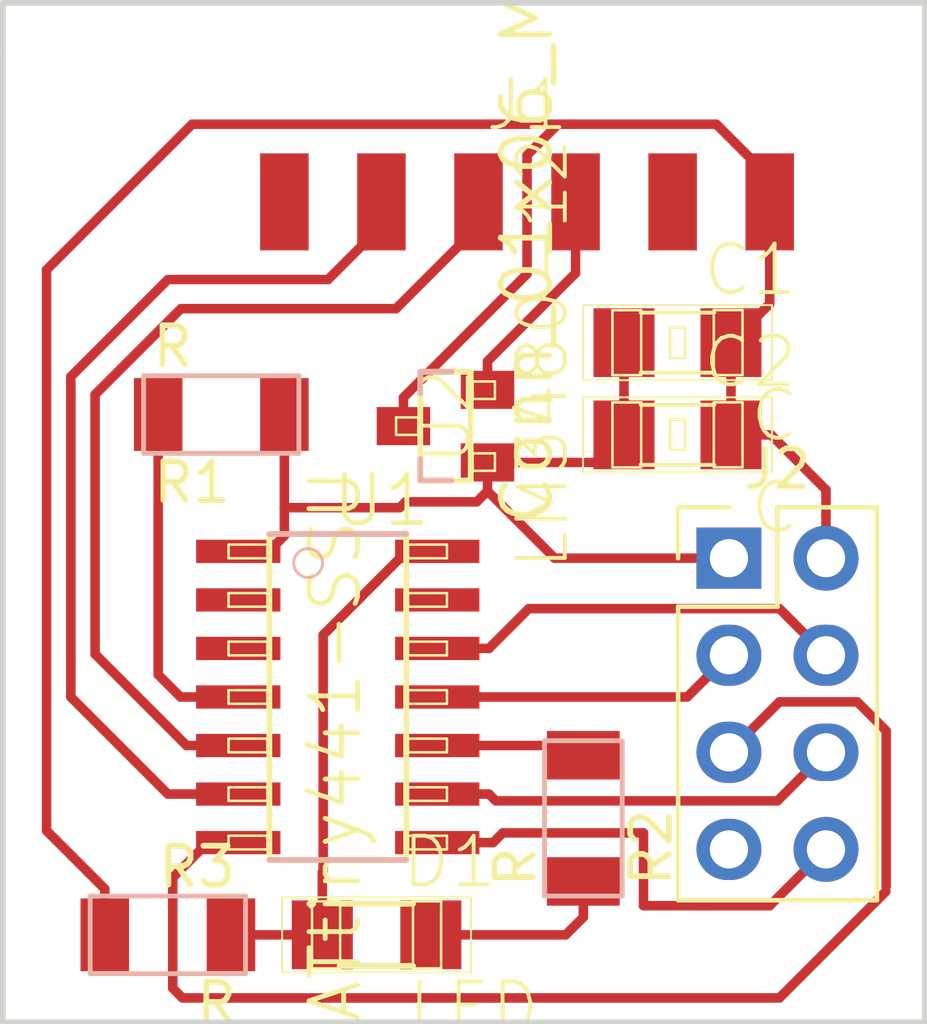
<source format=kicad_pcb>
(kicad_pcb (version 20171130) (host pcbnew "(5.0.0-3-g5ebb6b6)")

  (general
    (thickness 1.6)
    (drawings 5)
    (tracks 99)
    (zones 0)
    (modules 10)
    (nets 20)
  )

  (page A4)
  (layers
    (0 F.Cu signal)
    (31 B.Cu signal hide)
    (32 B.Adhes user hide)
    (33 F.Adhes user hide)
    (34 B.Paste user hide)
    (35 F.Paste user hide)
    (36 B.SilkS user hide)
    (37 F.SilkS user hide)
    (38 B.Mask user hide)
    (39 F.Mask user hide)
    (40 Dwgs.User user hide)
    (41 Cmts.User user hide)
    (42 Eco1.User user hide)
    (43 Eco2.User user hide)
    (44 Edge.Cuts user)
    (45 Margin user hide)
    (46 B.CrtYd user hide)
    (47 F.CrtYd user hide)
    (48 B.Fab user)
    (49 F.Fab user)
  )

  (setup
    (last_trace_width 0.25)
    (trace_clearance 0.2)
    (zone_clearance 0.508)
    (zone_45_only no)
    (trace_min 0.2)
    (segment_width 0.2)
    (edge_width 0.15)
    (via_size 0.8)
    (via_drill 0.4)
    (via_min_size 0.4)
    (via_min_drill 0.3)
    (uvia_size 0.3)
    (uvia_drill 0.1)
    (uvias_allowed no)
    (uvia_min_size 0.2)
    (uvia_min_drill 0.1)
    (pcb_text_width 0.3)
    (pcb_text_size 1.5 1.5)
    (mod_edge_width 0.15)
    (mod_text_size 1 1)
    (mod_text_width 0.15)
    (pad_size 1.524 1.524)
    (pad_drill 0.762)
    (pad_to_mask_clearance 0.051)
    (solder_mask_min_width 0.25)
    (aux_axis_origin 0 0)
    (visible_elements FFFFFF7F)
    (pcbplotparams
      (layerselection 0x010fc_ffffffff)
      (usegerberextensions false)
      (usegerberattributes false)
      (usegerberadvancedattributes false)
      (creategerberjobfile false)
      (excludeedgelayer true)
      (linewidth 0.100000)
      (plotframeref false)
      (viasonmask false)
      (mode 1)
      (useauxorigin false)
      (hpglpennumber 1)
      (hpglpenspeed 20)
      (hpglpendiameter 15.000000)
      (psnegative false)
      (psa4output false)
      (plotreference true)
      (plotvalue true)
      (plotinvisibletext false)
      (padsonsilk false)
      (subtractmaskfromsilk false)
      (outputformat 1)
      (mirror false)
      (drillshape 1)
      (scaleselection 1)
      (outputdirectory "./"))
  )

  (net 0 "")
  (net 1 "Net-(J1-Pad3)")
  (net 2 GND)
  (net 3 XTAL1)
  (net 4 XTAL2)
  (net 5 RST)
  (net 6 RX)
  (net 7 TX)
  (net 8 MOSI)
  (net 9 MISO)
  (net 10 SCK)
  (net 11 LED)
  (net 12 CSN)
  (net 13 CE)
  (net 14 BUTTON)
  (net 15 "Net-(D1-Pad2)")
  (net 16 VCC)
  (net 17 "Net-(J2-Pad7)")
  (net 18 "Net-(J1-Pad2)")
  (net 19 "Net-(J1-Pad6)")

  (net_class Default "This is the default net class."
    (clearance 0.2)
    (trace_width 0.25)
    (via_dia 0.8)
    (via_drill 0.4)
    (uvia_dia 0.3)
    (uvia_drill 0.1)
    (add_net BUTTON)
    (add_net CE)
    (add_net CSN)
    (add_net GND)
    (add_net LED)
    (add_net MISO)
    (add_net MOSI)
    (add_net "Net-(D1-Pad2)")
    (add_net "Net-(J1-Pad2)")
    (add_net "Net-(J1-Pad3)")
    (add_net "Net-(J1-Pad6)")
    (add_net "Net-(J2-Pad7)")
    (add_net RST)
    (add_net RX)
    (add_net SCK)
    (add_net TX)
    (add_net VCC)
    (add_net XTAL1)
    (add_net XTAL2)
  )

  (module fab:PinHeader_2x04_P2.54mm_Vertical_modified (layer F.Cu) (tedit 5C33F403) (tstamp 5C4CBE24)
    (at 142.1892 89.4588)
    (descr "Through hole straight pin header, 2x04, 2.54mm pitch, double rows")
    (tags "Through hole pin header THT 2x04 2.54mm double row")
    (path /5C0EB67C)
    (fp_text reference J2 (at 1.27 -2.33) (layer F.SilkS)
      (effects (font (size 1 1) (thickness 0.15)))
    )
    (fp_text value Conn_02x04_Odd_Even (at 3.8608 -5.6388 90) (layer F.Fab)
      (effects (font (size 1 1) (thickness 0.15)))
    )
    (fp_text user %R (at 1.4224 3.7592 90) (layer F.Fab)
      (effects (font (size 1 1) (thickness 0.15)))
    )
    (fp_line (start 4.35 -1.8) (end -1.8 -1.8) (layer F.CrtYd) (width 0.05))
    (fp_line (start 4.35 9.4) (end 4.35 -1.8) (layer F.CrtYd) (width 0.05))
    (fp_line (start -1.8 9.4) (end 4.35 9.4) (layer F.CrtYd) (width 0.05))
    (fp_line (start -1.8 -1.8) (end -1.8 9.4) (layer F.CrtYd) (width 0.05))
    (fp_line (start -1.33 -1.33) (end 0 -1.33) (layer F.SilkS) (width 0.12))
    (fp_line (start -1.33 0) (end -1.33 -1.33) (layer F.SilkS) (width 0.12))
    (fp_line (start 1.27 -1.33) (end 3.87 -1.33) (layer F.SilkS) (width 0.12))
    (fp_line (start 1.27 1.27) (end 1.27 -1.33) (layer F.SilkS) (width 0.12))
    (fp_line (start -1.33 1.27) (end 1.27 1.27) (layer F.SilkS) (width 0.12))
    (fp_line (start 3.87 -1.33) (end 3.87 8.95) (layer F.SilkS) (width 0.12))
    (fp_line (start -1.33 1.27) (end -1.33 8.95) (layer F.SilkS) (width 0.12))
    (fp_line (start -1.33 8.95) (end 3.87 8.95) (layer F.SilkS) (width 0.12))
    (fp_line (start -1.27 0) (end 0 -1.27) (layer F.Fab) (width 0.1))
    (fp_line (start -1.27 8.89) (end -1.27 0) (layer F.Fab) (width 0.1))
    (fp_line (start 3.81 8.89) (end -1.27 8.89) (layer F.Fab) (width 0.1))
    (fp_line (start 3.81 -1.27) (end 3.81 8.89) (layer F.Fab) (width 0.1))
    (fp_line (start 0 -1.27) (end 3.81 -1.27) (layer F.Fab) (width 0.1))
    (pad 8 thru_hole oval (at 2.54 7.62) (size 1.7 1.7) (drill 1) (layers *.Cu *.Mask)
      (net 9 MISO))
    (pad 7 thru_hole oval (at 0 7.62) (size 1.7 1.6) (drill 1) (layers *.Cu *.Mask)
      (net 17 "Net-(J2-Pad7)"))
    (pad 6 thru_hole oval (at 2.54 5.08) (size 1.7 1.5) (drill 1) (layers *.Cu *.Mask)
      (net 10 SCK))
    (pad 5 thru_hole oval (at 0 5.08) (size 1.7 1.6) (drill 1) (layers *.Cu *.Mask)
      (net 8 MOSI))
    (pad 4 thru_hole oval (at 2.54 2.54) (size 1.7 1.6) (drill 1) (layers *.Cu *.Mask)
      (net 13 CE))
    (pad 3 thru_hole oval (at 0 2.54) (size 1.7 1.6) (drill 1) (layers *.Cu *.Mask)
      (net 12 CSN))
    (pad 2 thru_hole oval (at 2.54 0) (size 1.7 1.7) (drill 1) (layers *.Cu *.Mask)
      (net 2 GND))
    (pad 1 thru_hole rect (at 0 0) (size 1.7 1.6) (drill 1) (layers *.Cu *.Mask)
      (net 16 VCC))
    (model ${KISYS3DMOD}/Connector_PinHeader_2.54mm.3dshapes/PinHeader_2x04_P2.54mm_Vertical.wrl
      (at (xyz 0 0 0))
      (scale (xyz 1 1 1))
      (rotate (xyz 0 0 0))
    )
  )

  (module fab:fab-R1206FAB (layer F.Cu) (tedit 200000) (tstamp 5C27243A)
    (at 127.508 99.314)
    (path /5C1A902D)
    (attr smd)
    (fp_text reference R3 (at 0.762 -1.778) (layer F.SilkS)
      (effects (font (size 1.016 1.016) (thickness 0.1524)))
    )
    (fp_text value R (at 1.27 1.778) (layer F.SilkS)
      (effects (font (size 1.016 1.016) (thickness 0.1524)))
    )
    (fp_line (start -2.032 -1.016) (end 2.032 -1.016) (layer B.SilkS) (width 0.127))
    (fp_line (start 2.032 -1.016) (end 2.032 1.016) (layer B.SilkS) (width 0.127))
    (fp_line (start 2.032 1.016) (end -2.032 1.016) (layer B.SilkS) (width 0.127))
    (fp_line (start -2.032 1.016) (end -2.032 -1.016) (layer B.SilkS) (width 0.127))
    (pad 1 smd rect (at -1.651 0) (size 1.27 1.905) (layers F.Cu F.Paste F.Mask)
      (net 2 GND))
    (pad 2 smd rect (at 1.651 0) (size 1.27 1.905) (layers F.Cu F.Paste F.Mask)
      (net 2 GND))
  )

  (module fab:fab-LED1206 (layer F.Cu) (tedit 200000) (tstamp 5C26E342)
    (at 132.969 99.314)
    (descr "LED 1206 PADS (STANDARD PATTERN)")
    (tags "LED 1206 PADS (STANDARD PATTERN)")
    (path /5C1A51F1)
    (attr smd)
    (fp_text reference D1 (at 1.905 -1.905) (layer F.SilkS)
      (effects (font (size 1.27 1.27) (thickness 0.1016)))
    )
    (fp_text value LED (at 2.54 1.905) (layer F.SilkS)
      (effects (font (size 1.27 1.27) (thickness 0.1016)))
    )
    (fp_line (start -1.6891 0.8763) (end -0.9525 0.8763) (layer F.SilkS) (width 0.06604))
    (fp_line (start -0.9525 0.8763) (end -0.9525 -0.8763) (layer F.SilkS) (width 0.06604))
    (fp_line (start -1.6891 -0.8763) (end -0.9525 -0.8763) (layer F.SilkS) (width 0.06604))
    (fp_line (start -1.6891 0.8763) (end -1.6891 -0.8763) (layer F.SilkS) (width 0.06604))
    (fp_line (start 0.9525 0.8763) (end 1.6891 0.8763) (layer F.SilkS) (width 0.06604))
    (fp_line (start 1.6891 0.8763) (end 1.6891 -0.8763) (layer F.SilkS) (width 0.06604))
    (fp_line (start 0.9525 -0.8763) (end 1.6891 -0.8763) (layer F.SilkS) (width 0.06604))
    (fp_line (start 0.9525 0.8763) (end 0.9525 -0.8763) (layer F.SilkS) (width 0.06604))
    (fp_line (start 0.9525 0.8128) (end -0.9652 0.8128) (layer F.SilkS) (width 0.1524))
    (fp_line (start 0.9525 -0.8128) (end -0.9652 -0.8128) (layer F.SilkS) (width 0.1524))
    (fp_line (start -2.47142 -0.98298) (end 2.47142 -0.98298) (layer F.SilkS) (width 0.0508))
    (fp_line (start 2.47142 -0.98298) (end 2.47142 0.98298) (layer F.SilkS) (width 0.0508))
    (fp_line (start 2.47142 0.98298) (end -2.47142 0.98298) (layer F.SilkS) (width 0.0508))
    (fp_line (start -2.47142 0.98298) (end -2.47142 -0.98298) (layer F.SilkS) (width 0.0508))
    (pad 1 smd rect (at -1.41986 0) (size 1.59766 1.80086) (layers F.Cu F.Paste F.Mask)
      (net 2 GND))
    (pad 2 smd rect (at 1.41986 0) (size 1.59766 1.80086) (layers F.Cu F.Paste F.Mask)
      (net 15 "Net-(D1-Pad2)"))
  )

  (module fab:fab-R1206FAB (layer F.Cu) (tedit 200000) (tstamp 5C2700EE)
    (at 138.3792 96.266 270)
    (path /5C1A5055)
    (attr smd)
    (fp_text reference R2 (at 0.762 -1.778 270) (layer F.SilkS)
      (effects (font (size 1.016 1.016) (thickness 0.1524)))
    )
    (fp_text value R (at 1.27 1.778 270) (layer F.SilkS)
      (effects (font (size 1.016 1.016) (thickness 0.1524)))
    )
    (fp_line (start -2.032 1.016) (end -2.032 -1.016) (layer B.SilkS) (width 0.127))
    (fp_line (start 2.032 1.016) (end -2.032 1.016) (layer B.SilkS) (width 0.127))
    (fp_line (start 2.032 -1.016) (end 2.032 1.016) (layer B.SilkS) (width 0.127))
    (fp_line (start -2.032 -1.016) (end 2.032 -1.016) (layer B.SilkS) (width 0.127))
    (pad 2 smd rect (at 1.651 0 270) (size 1.27 1.905) (layers F.Cu F.Paste F.Mask)
      (net 15 "Net-(D1-Pad2)"))
    (pad 1 smd rect (at -1.651 0 270) (size 1.27 1.905) (layers F.Cu F.Paste F.Mask)
      (net 11 LED))
  )

  (module fab:fab-R1206FAB (layer F.Cu) (tedit 200000) (tstamp 5C2700E5)
    (at 128.905 85.6996 180)
    (path /5C0EBADB)
    (attr smd)
    (fp_text reference R1 (at 0.762 -1.778 180) (layer F.SilkS)
      (effects (font (size 1.016 1.016) (thickness 0.1524)))
    )
    (fp_text value R (at 1.27 1.778 180) (layer F.SilkS)
      (effects (font (size 1.016 1.016) (thickness 0.1524)))
    )
    (fp_line (start -2.032 -1.016) (end 2.032 -1.016) (layer B.SilkS) (width 0.127))
    (fp_line (start 2.032 -1.016) (end 2.032 1.016) (layer B.SilkS) (width 0.127))
    (fp_line (start 2.032 1.016) (end -2.032 1.016) (layer B.SilkS) (width 0.127))
    (fp_line (start -2.032 1.016) (end -2.032 -1.016) (layer B.SilkS) (width 0.127))
    (pad 1 smd rect (at -1.651 0 180) (size 1.27 1.905) (layers F.Cu F.Paste F.Mask)
      (net 16 VCC))
    (pad 2 smd rect (at 1.651 0 180) (size 1.27 1.905) (layers F.Cu F.Paste F.Mask)
      (net 5 RST))
  )

  (module fab:fab-1X06SMD (layer F.Cu) (tedit 200000) (tstamp 5C26E40B)
    (at 136.906 80.137 270)
    (path /5C0EBA27)
    (attr smd)
    (fp_text reference J1 (at -2.54 0) (layer F.SilkS)
      (effects (font (size 1.27 1.27) (thickness 0.1016)))
    )
    (fp_text value Conn_01x06_Male (at 0 0 270) (layer F.SilkS)
      (effects (font (size 1.27 1.27) (thickness 0.15)))
    )
    (pad 1 smd rect (at 0 -6.35 270) (size 2.54 1.27) (layers F.Cu F.Paste F.Mask)
      (net 2 GND))
    (pad 2 smd rect (at 0 -3.81 270) (size 2.54 1.27) (layers F.Cu F.Paste F.Mask)
      (net 18 "Net-(J1-Pad2)"))
    (pad 3 smd rect (at 0 -1.27 270) (size 2.54 1.27) (layers F.Cu F.Paste F.Mask)
      (net 1 "Net-(J1-Pad3)"))
    (pad 4 smd rect (at 0 1.27 270) (size 2.54 1.27) (layers F.Cu F.Paste F.Mask)
      (net 6 RX))
    (pad 5 smd rect (at 0 3.81 270) (size 2.54 1.27) (layers F.Cu F.Paste F.Mask)
      (net 7 TX))
    (pad 6 smd rect (at 0 6.35 270) (size 2.54 1.27) (layers F.Cu F.Paste F.Mask)
      (net 19 "Net-(J1-Pad6)"))
  )

  (module fab:fab-C1206 (layer F.Cu) (tedit 200000) (tstamp 5C26E379)
    (at 140.843 86.233)
    (descr CAPACITOR)
    (tags CAPACITOR)
    (path /5C1A5D4E)
    (attr smd)
    (fp_text reference C2 (at 1.905 -1.905) (layer F.SilkS)
      (effects (font (size 1.27 1.27) (thickness 0.1016)))
    )
    (fp_text value C (at 2.54 1.905) (layer F.SilkS)
      (effects (font (size 1.27 1.27) (thickness 0.1016)))
    )
    (fp_line (start -0.96266 0.78486) (end 0.96266 0.78486) (layer F.SilkS) (width 0.1016))
    (fp_line (start -0.96266 -0.78486) (end 0.96266 -0.78486) (layer F.SilkS) (width 0.1016))
    (fp_line (start 2.47142 -0.98298) (end 2.47142 0.98298) (layer F.SilkS) (width 0.0508))
    (fp_line (start -2.47142 0.98298) (end -2.47142 -0.98298) (layer F.SilkS) (width 0.0508))
    (fp_line (start 2.47142 0.98298) (end -2.47142 0.98298) (layer F.SilkS) (width 0.0508))
    (fp_line (start -2.47142 -0.98298) (end 2.47142 -0.98298) (layer F.SilkS) (width 0.0508))
    (fp_line (start -0.19812 0.39878) (end -0.19812 -0.39878) (layer F.SilkS) (width 0.06604))
    (fp_line (start -0.19812 -0.39878) (end 0.19812 -0.39878) (layer F.SilkS) (width 0.06604))
    (fp_line (start 0.19812 0.39878) (end 0.19812 -0.39878) (layer F.SilkS) (width 0.06604))
    (fp_line (start -0.19812 0.39878) (end 0.19812 0.39878) (layer F.SilkS) (width 0.06604))
    (fp_line (start 0.94996 0.84836) (end 0.94996 -0.8509) (layer F.SilkS) (width 0.06604))
    (fp_line (start 0.94996 -0.8509) (end 1.7018 -0.8509) (layer F.SilkS) (width 0.06604))
    (fp_line (start 1.7018 0.84836) (end 1.7018 -0.8509) (layer F.SilkS) (width 0.06604))
    (fp_line (start 0.94996 0.84836) (end 1.7018 0.84836) (layer F.SilkS) (width 0.06604))
    (fp_line (start -1.7018 0.8509) (end -1.7018 -0.84836) (layer F.SilkS) (width 0.06604))
    (fp_line (start -1.7018 -0.84836) (end -0.94996 -0.84836) (layer F.SilkS) (width 0.06604))
    (fp_line (start -0.94996 0.8509) (end -0.94996 -0.84836) (layer F.SilkS) (width 0.06604))
    (fp_line (start -1.7018 0.8509) (end -0.94996 0.8509) (layer F.SilkS) (width 0.06604))
    (pad 2 smd rect (at 1.39954 0) (size 1.59766 1.79832) (layers F.Cu F.Paste F.Mask)
      (net 2 GND))
    (pad 1 smd rect (at -1.39954 0) (size 1.59766 1.79832) (layers F.Cu F.Paste F.Mask)
      (net 16 VCC))
  )

  (module fab:fab-C1206 (layer F.Cu) (tedit 200000) (tstamp 5C26E361)
    (at 140.843 83.82)
    (descr CAPACITOR)
    (tags CAPACITOR)
    (path /5C0EBCA1)
    (attr smd)
    (fp_text reference C1 (at 1.905 -1.905) (layer F.SilkS)
      (effects (font (size 1.27 1.27) (thickness 0.1016)))
    )
    (fp_text value C (at 2.54 1.905) (layer F.SilkS)
      (effects (font (size 1.27 1.27) (thickness 0.1016)))
    )
    (fp_line (start -1.7018 0.8509) (end -0.94996 0.8509) (layer F.SilkS) (width 0.06604))
    (fp_line (start -0.94996 0.8509) (end -0.94996 -0.84836) (layer F.SilkS) (width 0.06604))
    (fp_line (start -1.7018 -0.84836) (end -0.94996 -0.84836) (layer F.SilkS) (width 0.06604))
    (fp_line (start -1.7018 0.8509) (end -1.7018 -0.84836) (layer F.SilkS) (width 0.06604))
    (fp_line (start 0.94996 0.84836) (end 1.7018 0.84836) (layer F.SilkS) (width 0.06604))
    (fp_line (start 1.7018 0.84836) (end 1.7018 -0.8509) (layer F.SilkS) (width 0.06604))
    (fp_line (start 0.94996 -0.8509) (end 1.7018 -0.8509) (layer F.SilkS) (width 0.06604))
    (fp_line (start 0.94996 0.84836) (end 0.94996 -0.8509) (layer F.SilkS) (width 0.06604))
    (fp_line (start -0.19812 0.39878) (end 0.19812 0.39878) (layer F.SilkS) (width 0.06604))
    (fp_line (start 0.19812 0.39878) (end 0.19812 -0.39878) (layer F.SilkS) (width 0.06604))
    (fp_line (start -0.19812 -0.39878) (end 0.19812 -0.39878) (layer F.SilkS) (width 0.06604))
    (fp_line (start -0.19812 0.39878) (end -0.19812 -0.39878) (layer F.SilkS) (width 0.06604))
    (fp_line (start -2.47142 -0.98298) (end 2.47142 -0.98298) (layer F.SilkS) (width 0.0508))
    (fp_line (start 2.47142 0.98298) (end -2.47142 0.98298) (layer F.SilkS) (width 0.0508))
    (fp_line (start -2.47142 0.98298) (end -2.47142 -0.98298) (layer F.SilkS) (width 0.0508))
    (fp_line (start 2.47142 -0.98298) (end 2.47142 0.98298) (layer F.SilkS) (width 0.0508))
    (fp_line (start -0.96266 -0.78486) (end 0.96266 -0.78486) (layer F.SilkS) (width 0.1016))
    (fp_line (start -0.96266 0.78486) (end 0.96266 0.78486) (layer F.SilkS) (width 0.1016))
    (pad 1 smd rect (at -1.39954 0) (size 1.59766 1.79832) (layers F.Cu F.Paste F.Mask)
      (net 16 VCC))
    (pad 2 smd rect (at 1.39954 0) (size 1.59766 1.79832) (layers F.Cu F.Paste F.Mask)
      (net 2 GND))
  )

  (module fab:fab-SOIC14 (layer F.Cu) (tedit 200000) (tstamp 5C26E2FE)
    (at 131.953 93.091 270)
    (descr "SMALL OUTLINE PACKAGE")
    (tags "SMALL OUTLINE PACKAGE")
    (path /5C0EB492)
    (attr smd)
    (fp_text reference U1 (at -5.1435 -1.143) (layer F.SilkS)
      (effects (font (size 1.27 1.27) (thickness 0.127)))
    )
    (fp_text value ATtiny441-SSU (at 1.27 0.0635 270) (layer F.SilkS)
      (effects (font (size 1.27 1.27) (thickness 0.127)))
    )
    (fp_line (start -3.9878 -1.8415) (end -3.62966 -1.8415) (layer F.SilkS) (width 0.06604))
    (fp_line (start -3.62966 -1.8415) (end -3.62966 -2.8575) (layer F.SilkS) (width 0.06604))
    (fp_line (start -3.9878 -2.8575) (end -3.62966 -2.8575) (layer F.SilkS) (width 0.06604))
    (fp_line (start -3.9878 -1.8415) (end -3.9878 -2.8575) (layer F.SilkS) (width 0.06604))
    (fp_line (start -2.7178 -1.8415) (end -2.3622 -1.8415) (layer F.SilkS) (width 0.06604))
    (fp_line (start -2.3622 -1.8415) (end -2.3622 -2.8575) (layer F.SilkS) (width 0.06604))
    (fp_line (start -2.7178 -2.8575) (end -2.3622 -2.8575) (layer F.SilkS) (width 0.06604))
    (fp_line (start -2.7178 -1.8415) (end -2.7178 -2.8575) (layer F.SilkS) (width 0.06604))
    (fp_line (start -1.4478 -1.8415) (end -1.08966 -1.8415) (layer F.SilkS) (width 0.06604))
    (fp_line (start -1.08966 -1.8415) (end -1.08966 -2.8575) (layer F.SilkS) (width 0.06604))
    (fp_line (start -1.4478 -2.8575) (end -1.08966 -2.8575) (layer F.SilkS) (width 0.06604))
    (fp_line (start -1.4478 -1.8415) (end -1.4478 -2.8575) (layer F.SilkS) (width 0.06604))
    (fp_line (start -0.1778 -1.8415) (end 0.1778 -1.8415) (layer F.SilkS) (width 0.06604))
    (fp_line (start 0.1778 -1.8415) (end 0.1778 -2.8575) (layer F.SilkS) (width 0.06604))
    (fp_line (start -0.1778 -2.8575) (end 0.1778 -2.8575) (layer F.SilkS) (width 0.06604))
    (fp_line (start -0.1778 -1.8415) (end -0.1778 -2.8575) (layer F.SilkS) (width 0.06604))
    (fp_line (start 1.08966 -1.8415) (end 1.4478 -1.8415) (layer F.SilkS) (width 0.06604))
    (fp_line (start 1.4478 -1.8415) (end 1.4478 -2.8575) (layer F.SilkS) (width 0.06604))
    (fp_line (start 1.08966 -2.8575) (end 1.4478 -2.8575) (layer F.SilkS) (width 0.06604))
    (fp_line (start 1.08966 -1.8415) (end 1.08966 -2.8575) (layer F.SilkS) (width 0.06604))
    (fp_line (start 2.3622 -1.8415) (end 2.7178 -1.8415) (layer F.SilkS) (width 0.06604))
    (fp_line (start 2.7178 -1.8415) (end 2.7178 -2.8575) (layer F.SilkS) (width 0.06604))
    (fp_line (start 2.3622 -2.8575) (end 2.7178 -2.8575) (layer F.SilkS) (width 0.06604))
    (fp_line (start 2.3622 -1.8415) (end 2.3622 -2.8575) (layer F.SilkS) (width 0.06604))
    (fp_line (start 3.62966 -1.8415) (end 3.9878 -1.8415) (layer F.SilkS) (width 0.06604))
    (fp_line (start 3.9878 -1.8415) (end 3.9878 -2.8575) (layer F.SilkS) (width 0.06604))
    (fp_line (start 3.62966 -2.8575) (end 3.9878 -2.8575) (layer F.SilkS) (width 0.06604))
    (fp_line (start 3.62966 -1.8415) (end 3.62966 -2.8575) (layer F.SilkS) (width 0.06604))
    (fp_line (start 3.62966 2.8575) (end 3.9878 2.8575) (layer F.SilkS) (width 0.06604))
    (fp_line (start 3.9878 2.8575) (end 3.9878 1.8415) (layer F.SilkS) (width 0.06604))
    (fp_line (start 3.62966 1.8415) (end 3.9878 1.8415) (layer F.SilkS) (width 0.06604))
    (fp_line (start 3.62966 2.8575) (end 3.62966 1.8415) (layer F.SilkS) (width 0.06604))
    (fp_line (start 2.3622 2.8575) (end 2.7178 2.8575) (layer F.SilkS) (width 0.06604))
    (fp_line (start 2.7178 2.8575) (end 2.7178 1.8415) (layer F.SilkS) (width 0.06604))
    (fp_line (start 2.3622 1.8415) (end 2.7178 1.8415) (layer F.SilkS) (width 0.06604))
    (fp_line (start 2.3622 2.8575) (end 2.3622 1.8415) (layer F.SilkS) (width 0.06604))
    (fp_line (start 1.08966 2.8575) (end 1.4478 2.8575) (layer F.SilkS) (width 0.06604))
    (fp_line (start 1.4478 2.8575) (end 1.4478 1.8415) (layer F.SilkS) (width 0.06604))
    (fp_line (start 1.08966 1.8415) (end 1.4478 1.8415) (layer F.SilkS) (width 0.06604))
    (fp_line (start 1.08966 2.8575) (end 1.08966 1.8415) (layer F.SilkS) (width 0.06604))
    (fp_line (start -0.1778 2.8575) (end 0.1778 2.8575) (layer F.SilkS) (width 0.06604))
    (fp_line (start 0.1778 2.8575) (end 0.1778 1.8415) (layer F.SilkS) (width 0.06604))
    (fp_line (start -0.1778 1.8415) (end 0.1778 1.8415) (layer F.SilkS) (width 0.06604))
    (fp_line (start -0.1778 2.8575) (end -0.1778 1.8415) (layer F.SilkS) (width 0.06604))
    (fp_line (start -1.4478 2.8575) (end -1.08966 2.8575) (layer F.SilkS) (width 0.06604))
    (fp_line (start -1.08966 2.8575) (end -1.08966 1.8415) (layer F.SilkS) (width 0.06604))
    (fp_line (start -1.4478 1.8415) (end -1.08966 1.8415) (layer F.SilkS) (width 0.06604))
    (fp_line (start -1.4478 2.8575) (end -1.4478 1.8415) (layer F.SilkS) (width 0.06604))
    (fp_line (start -2.7178 2.8575) (end -2.3622 2.8575) (layer F.SilkS) (width 0.06604))
    (fp_line (start -2.3622 2.8575) (end -2.3622 1.8415) (layer F.SilkS) (width 0.06604))
    (fp_line (start -2.7178 1.8415) (end -2.3622 1.8415) (layer F.SilkS) (width 0.06604))
    (fp_line (start -2.7178 2.8575) (end -2.7178 1.8415) (layer F.SilkS) (width 0.06604))
    (fp_line (start -3.9878 2.8575) (end -3.62966 2.8575) (layer F.SilkS) (width 0.06604))
    (fp_line (start -3.62966 2.8575) (end -3.62966 1.8415) (layer F.SilkS) (width 0.06604))
    (fp_line (start -3.9878 1.8415) (end -3.62966 1.8415) (layer F.SilkS) (width 0.06604))
    (fp_line (start -3.9878 2.8575) (end -3.9878 1.8415) (layer F.SilkS) (width 0.06604))
    (fp_line (start -4.26466 1.7907) (end 4.26466 1.7907) (layer F.SilkS) (width 0.1524))
    (fp_line (start 4.26466 1.7907) (end 4.26466 -1.7907) (layer B.SilkS) (width 0.1524))
    (fp_line (start 4.26466 -1.7907) (end -4.26466 -1.7907) (layer F.SilkS) (width 0.1524))
    (fp_line (start -4.26466 -1.7907) (end -4.26466 1.7907) (layer B.SilkS) (width 0.1524))
    (fp_circle (center -3.5052 0.7747) (end -3.7719 1.0414) (layer B.SilkS) (width 0.0762))
    (pad 1 smd rect (at -3.81 2.6035 270) (size 0.6096 2.20726) (layers F.Cu F.Paste F.Mask)
      (net 16 VCC))
    (pad 2 smd rect (at -2.54 2.6035 270) (size 0.6096 2.20726) (layers F.Cu F.Paste F.Mask)
      (net 3 XTAL1))
    (pad 3 smd rect (at -1.27 2.6035 270) (size 0.6096 2.20726) (layers F.Cu F.Paste F.Mask)
      (net 4 XTAL2))
    (pad 4 smd rect (at 0 2.6035 270) (size 0.6096 2.20726) (layers F.Cu F.Paste F.Mask)
      (net 5 RST))
    (pad 5 smd rect (at 1.27 2.6035 270) (size 0.6096 2.20726) (layers F.Cu F.Paste F.Mask)
      (net 6 RX))
    (pad 6 smd rect (at 2.54 2.6035 270) (size 0.6096 2.20726) (layers F.Cu F.Paste F.Mask)
      (net 7 TX))
    (pad 7 smd rect (at 3.81 2.6035 270) (size 0.6096 2.20726) (layers F.Cu F.Paste F.Mask)
      (net 8 MOSI))
    (pad 8 smd rect (at 3.81 -2.6035 270) (size 0.6096 2.20726) (layers F.Cu F.Paste F.Mask)
      (net 9 MISO))
    (pad 9 smd rect (at 2.54 -2.6035 270) (size 0.6096 2.20726) (layers F.Cu F.Paste F.Mask)
      (net 10 SCK))
    (pad 10 smd rect (at 1.27 -2.6035 270) (size 0.6096 2.20726) (layers F.Cu F.Paste F.Mask)
      (net 11 LED))
    (pad 11 smd rect (at 0 -2.6035 270) (size 0.6096 2.20726) (layers F.Cu F.Paste F.Mask)
      (net 12 CSN))
    (pad 12 smd rect (at -1.27 -2.6035 270) (size 0.6096 2.20726) (layers F.Cu F.Paste F.Mask)
      (net 13 CE))
    (pad 13 smd rect (at -2.54 -2.6035 270) (size 0.6096 2.20726) (layers F.Cu F.Paste F.Mask)
      (net 14 BUTTON))
    (pad 14 smd rect (at -3.81 -2.6035 270) (size 0.6096 2.20726) (layers F.Cu F.Paste F.Mask)
      (net 2 GND))
  )

  (module fab:fab-SOT23 (layer F.Cu) (tedit 200000) (tstamp 5C26E2AF)
    (at 134.7724 86.0044 90)
    (descr "SOT 23")
    (tags "SOT 23")
    (path /5C0EC969)
    (attr smd)
    (fp_text reference U2 (at 0.254 0 90) (layer F.SilkS)
      (effects (font (size 1.27 1.27) (thickness 0.1016)))
    )
    (fp_text value LM3480-12 (at 1.905 2.54 90) (layer F.SilkS)
      (effects (font (size 1.27 1.27) (thickness 0.1016)))
    )
    (fp_line (start -0.2286 -0.7112) (end 0.2286 -0.7112) (layer F.SilkS) (width 0.06604))
    (fp_line (start 0.2286 -0.7112) (end 0.2286 -1.29286) (layer F.SilkS) (width 0.06604))
    (fp_line (start -0.2286 -1.29286) (end 0.2286 -1.29286) (layer F.SilkS) (width 0.06604))
    (fp_line (start -0.2286 -0.7112) (end -0.2286 -1.29286) (layer F.SilkS) (width 0.06604))
    (fp_line (start 0.7112 1.29286) (end 1.1684 1.29286) (layer F.SilkS) (width 0.06604))
    (fp_line (start 1.1684 1.29286) (end 1.1684 0.7112) (layer F.SilkS) (width 0.06604))
    (fp_line (start 0.7112 0.7112) (end 1.1684 0.7112) (layer F.SilkS) (width 0.06604))
    (fp_line (start 0.7112 1.29286) (end 0.7112 0.7112) (layer F.SilkS) (width 0.06604))
    (fp_line (start -1.1684 1.29286) (end -0.7112 1.29286) (layer F.SilkS) (width 0.06604))
    (fp_line (start -0.7112 1.29286) (end -0.7112 0.7112) (layer F.SilkS) (width 0.06604))
    (fp_line (start -1.1684 0.7112) (end -0.7112 0.7112) (layer F.SilkS) (width 0.06604))
    (fp_line (start -1.1684 1.29286) (end -1.1684 0.7112) (layer F.SilkS) (width 0.06604))
    (fp_line (start 1.4224 -0.6604) (end 1.4224 0.6604) (layer F.SilkS) (width 0.1524))
    (fp_line (start 1.4224 0.6604) (end -1.4224 0.6604) (layer F.SilkS) (width 0.1524))
    (fp_line (start -1.4224 0.6604) (end -1.4224 -0.6604) (layer F.SilkS) (width 0.1524))
    (fp_line (start -1.4224 -0.6604) (end 1.4224 -0.6604) (layer F.SilkS) (width 0.1524))
    (fp_line (start -1.4224 0.1524) (end -1.4224 -0.6604) (layer B.SilkS) (width 0.1524))
    (fp_line (start -1.4224 -0.6604) (end -0.8636 -0.6604) (layer B.SilkS) (width 0.1524))
    (fp_line (start 1.4224 -0.6604) (end 1.4224 0.1524) (layer B.SilkS) (width 0.1524))
    (fp_line (start 0.8636 -0.6604) (end 1.4224 -0.6604) (layer B.SilkS) (width 0.1524))
    (pad 1 smd rect (at -0.94996 1.09982 90) (size 0.99822 1.39954) (layers F.Cu F.Paste F.Mask)
      (net 16 VCC))
    (pad 2 smd rect (at 0.94996 1.09982 90) (size 0.99822 1.39954) (layers F.Cu F.Paste F.Mask)
      (net 1 "Net-(J1-Pad3)"))
    (pad 3 smd rect (at 0 -1.09982 90) (size 0.99822 1.39954) (layers F.Cu F.Paste F.Mask)
      (net 2 GND))
  )

  (gr_line (start 123.19 74.93) (end 123.19 76.2) (layer Edge.Cuts) (width 0.15))
  (gr_line (start 147.32 74.93) (end 123.19 74.93) (layer Edge.Cuts) (width 0.15))
  (gr_line (start 147.32 101.6) (end 147.32 74.93) (layer Edge.Cuts) (width 0.15))
  (gr_line (start 123.19 101.6) (end 147.32 101.6) (layer Edge.Cuts) (width 0.15))
  (gr_line (start 123.19 76.2) (end 123.19 101.6) (layer Edge.Cuts) (width 0.15))

  (segment (start 138.176 82.00155) (end 138.176 80.137) (width 0.25) (layer F.Cu) (net 1))
  (segment (start 135.87222 84.30533) (end 138.176 82.00155) (width 0.25) (layer F.Cu) (net 1))
  (segment (start 135.87222 85.05444) (end 135.87222 84.30533) (width 0.25) (layer F.Cu) (net 1))
  (segment (start 134.5565 89.281) (end 133.75767 89.281) (width 0.25) (layer F.Cu) (net 2))
  (segment (start 132.56387 90.4748) (end 132.4356 90.60307) (width 0.25) (layer F.Cu) (net 2))
  (segment (start 133.75767 89.281) (end 132.56387 90.4748) (width 0.25) (layer F.Cu) (net 2))
  (segment (start 133.67258 85.25529) (end 136.906 82.02187) (width 0.25) (layer F.Cu) (net 2))
  (segment (start 133.67258 86.0044) (end 133.67258 85.25529) (width 0.25) (layer F.Cu) (net 2))
  (segment (start 136.906 78.916998) (end 137.717998 78.105) (width 0.25) (layer F.Cu) (net 2))
  (segment (start 136.906 82.02187) (end 136.906 78.916998) (width 0.25) (layer F.Cu) (net 2))
  (segment (start 143.256 79.502) (end 143.256 80.137) (width 0.25) (layer F.Cu) (net 2))
  (segment (start 141.859 78.105) (end 143.256 79.502) (width 0.25) (layer F.Cu) (net 2))
  (segment (start 131.572 91.46667) (end 132.56387 90.4748) (width 0.25) (layer F.Cu) (net 2))
  (segment (start 131.572 97.65303) (end 131.572 91.46667) (width 0.25) (layer F.Cu) (net 2))
  (segment (start 129.159 99.314) (end 131.54914 99.314) (width 0.25) (layer F.Cu) (net 2))
  (segment (start 131.54914 97.67589) (end 131.572 97.65303) (width 0.25) (layer F.Cu) (net 2))
  (segment (start 131.54914 99.314) (end 131.54914 97.67589) (width 0.25) (layer F.Cu) (net 2))
  (segment (start 125.857 98.1115) (end 124.333 96.5875) (width 0.25) (layer F.Cu) (net 2))
  (segment (start 125.857 99.314) (end 125.857 98.1115) (width 0.25) (layer F.Cu) (net 2))
  (segment (start 124.333 96.5875) (end 124.333 81.915) (width 0.25) (layer F.Cu) (net 2))
  (segment (start 128.143 78.105) (end 138.176 78.105) (width 0.25) (layer F.Cu) (net 2))
  (segment (start 124.333 81.915) (end 128.143 78.105) (width 0.25) (layer F.Cu) (net 2))
  (segment (start 138.176 78.105) (end 141.859 78.105) (width 0.25) (layer F.Cu) (net 2))
  (segment (start 137.717998 78.105) (end 138.176 78.105) (width 0.25) (layer F.Cu) (net 2))
  (segment (start 143.256 82.80654) (end 142.24254 83.82) (width 0.25) (layer F.Cu) (net 2))
  (segment (start 143.256 80.137) (end 143.256 82.80654) (width 0.25) (layer F.Cu) (net 2))
  (segment (start 142.24254 83.82) (end 142.24254 86.233) (width 0.25) (layer F.Cu) (net 2))
  (segment (start 144.7292 88.256719) (end 144.7292 89.4588) (width 0.25) (layer F.Cu) (net 2))
  (segment (start 143.29137 86.233) (end 144.7292 87.67083) (width 0.25) (layer F.Cu) (net 2))
  (segment (start 144.7292 87.67083) (end 144.7292 88.256719) (width 0.25) (layer F.Cu) (net 2))
  (segment (start 142.24254 86.233) (end 143.29137 86.233) (width 0.25) (layer F.Cu) (net 2))
  (segment (start 127.254 85.6996) (end 127.254 92.5068) (width 0.25) (layer F.Cu) (net 5))
  (segment (start 127.8382 93.091) (end 129.3495 93.091) (width 0.25) (layer F.Cu) (net 5))
  (segment (start 127.254 92.5068) (end 127.8382 93.091) (width 0.25) (layer F.Cu) (net 5))
  (segment (start 127.99587 94.361) (end 125.603 91.96813) (width 0.25) (layer F.Cu) (net 6))
  (segment (start 129.3495 94.361) (end 127.99587 94.361) (width 0.25) (layer F.Cu) (net 6))
  (segment (start 125.603 85.178098) (end 127.850098 82.931) (width 0.25) (layer F.Cu) (net 6))
  (segment (start 125.603 91.96813) (end 125.603 85.178098) (width 0.25) (layer F.Cu) (net 6))
  (segment (start 135.636 80.772) (end 135.636 80.137) (width 0.25) (layer F.Cu) (net 6))
  (segment (start 133.477 82.931) (end 135.636 80.772) (width 0.25) (layer F.Cu) (net 6))
  (segment (start 127.850098 82.931) (end 133.477 82.931) (width 0.25) (layer F.Cu) (net 6))
  (segment (start 133.096 80.772) (end 131.699 82.169) (width 0.25) (layer F.Cu) (net 7))
  (segment (start 133.096 80.137) (end 133.096 80.772) (width 0.25) (layer F.Cu) (net 7))
  (segment (start 131.699 82.169) (end 127.508 82.169) (width 0.25) (layer F.Cu) (net 7))
  (segment (start 127.508 82.169) (end 124.968 84.709) (width 0.25) (layer F.Cu) (net 7))
  (segment (start 124.968 84.709) (end 124.968 93.091) (width 0.25) (layer F.Cu) (net 7))
  (segment (start 127.508 95.631) (end 129.3495 95.631) (width 0.25) (layer F.Cu) (net 7))
  (segment (start 124.968 93.091) (end 127.508 95.631) (width 0.25) (layer F.Cu) (net 7))
  (segment (start 127.635 100.711) (end 127.889 100.965) (width 0.25) (layer F.Cu) (net 8))
  (segment (start 143.51 93.218) (end 142.1892 94.5388) (width 0.25) (layer F.Cu) (net 8))
  (segment (start 127.635 97.81667) (end 127.635 100.711) (width 0.25) (layer F.Cu) (net 8))
  (segment (start 146.304 93.974799) (end 145.547201 93.218) (width 0.25) (layer F.Cu) (net 8))
  (segment (start 128.55067 96.901) (end 127.635 97.81667) (width 0.25) (layer F.Cu) (net 8))
  (segment (start 129.3495 96.901) (end 128.55067 96.901) (width 0.25) (layer F.Cu) (net 8))
  (segment (start 127.889 100.965) (end 143.51 100.965) (width 0.25) (layer F.Cu) (net 8))
  (segment (start 143.51 100.965) (end 146.177 98.298) (width 0.25) (layer F.Cu) (net 8))
  (segment (start 146.294601 98.180399) (end 146.021802 98.453198) (width 0.25) (layer F.Cu) (net 8))
  (segment (start 146.304 98.044) (end 146.304 93.993598) (width 0.25) (layer F.Cu) (net 8))
  (segment (start 143.51 93.218) (end 145.547201 93.218) (width 0.25) (layer F.Cu) (net 8))
  (segment (start 143.256 98.552) (end 144.7292 97.0788) (width 0.25) (layer F.Cu) (net 9))
  (segment (start 141.351 98.552) (end 141.732 98.552) (width 0.25) (layer F.Cu) (net 9))
  (segment (start 141.732 98.552) (end 143.256 98.552) (width 0.25) (layer F.Cu) (net 9))
  (segment (start 141.478 98.552) (end 141.732 98.552) (width 0.25) (layer F.Cu) (net 9))
  (segment (start 139.954 98.552) (end 141.478 98.552) (width 0.25) (layer F.Cu) (net 9))
  (segment (start 139.954 96.647) (end 139.954 98.552) (width 0.25) (layer F.Cu) (net 9))
  (segment (start 136.271 96.647) (end 139.954 96.647) (width 0.25) (layer F.Cu) (net 9))
  (segment (start 136.017 96.901) (end 136.271 96.647) (width 0.25) (layer F.Cu) (net 9))
  (segment (start 134.5565 96.901) (end 136.017 96.901) (width 0.25) (layer F.Cu) (net 9))
  (segment (start 135.91013 95.631) (end 136.08793 95.8088) (width 0.25) (layer F.Cu) (net 10))
  (segment (start 134.5565 95.631) (end 135.91013 95.631) (width 0.25) (layer F.Cu) (net 10))
  (segment (start 143.4592 95.8088) (end 144.7292 94.5388) (width 0.25) (layer F.Cu) (net 10))
  (segment (start 136.08793 95.8088) (end 143.4592 95.8088) (width 0.25) (layer F.Cu) (net 10))
  (segment (start 138.6586 94.361) (end 139.1158 94.8182) (width 0.25) (layer F.Cu) (net 11))
  (segment (start 138.0744 94.361) (end 138.3792 94.6658) (width 0.25) (layer F.Cu) (net 11))
  (segment (start 134.5565 94.361) (end 138.0744 94.361) (width 0.25) (layer F.Cu) (net 11))
  (segment (start 141.097 93.091) (end 142.1892 91.9988) (width 0.25) (layer F.Cu) (net 12))
  (segment (start 134.5565 93.091) (end 141.097 93.091) (width 0.25) (layer F.Cu) (net 12))
  (segment (start 135.91013 91.821) (end 136.95153 90.7796) (width 0.25) (layer F.Cu) (net 13))
  (segment (start 134.5565 91.821) (end 135.91013 91.821) (width 0.25) (layer F.Cu) (net 13))
  (segment (start 143.51 90.7796) (end 144.7292 91.9988) (width 0.25) (layer F.Cu) (net 13))
  (segment (start 136.95153 90.7796) (end 143.51 90.7796) (width 0.25) (layer F.Cu) (net 13))
  (segment (start 137.918 99.314) (end 138.3792 98.8528) (width 0.25) (layer F.Cu) (net 15))
  (segment (start 138.3792 98.8528) (end 138.3792 97.9678) (width 0.25) (layer F.Cu) (net 15))
  (segment (start 134.38886 99.314) (end 137.918 99.314) (width 0.25) (layer F.Cu) (net 15))
  (segment (start 130.556 86.9021) (end 130.556 85.6996) (width 0.25) (layer F.Cu) (net 16))
  (segment (start 130.14833 89.281) (end 130.556 88.87333) (width 0.25) (layer F.Cu) (net 16))
  (segment (start 129.3495 89.281) (end 130.14833 89.281) (width 0.25) (layer F.Cu) (net 16))
  (segment (start 135.87222 87.70347) (end 135.59009 87.9856) (width 0.25) (layer F.Cu) (net 16))
  (segment (start 133.5746 88.138) (end 130.556 88.138) (width 0.25) (layer F.Cu) (net 16))
  (segment (start 130.556 88.87333) (end 130.556 88.138) (width 0.25) (layer F.Cu) (net 16))
  (segment (start 133.727 87.9856) (end 133.5746 88.138) (width 0.25) (layer F.Cu) (net 16))
  (segment (start 135.59009 87.9856) (end 133.727 87.9856) (width 0.25) (layer F.Cu) (net 16))
  (segment (start 130.556 88.138) (end 130.556 86.9021) (width 0.25) (layer F.Cu) (net 16))
  (segment (start 135.87222 87.70347) (end 135.87222 86.95436) (width 0.25) (layer F.Cu) (net 16))
  (segment (start 137.62755 89.4588) (end 135.87222 87.70347) (width 0.25) (layer F.Cu) (net 16))
  (segment (start 142.1892 89.4588) (end 137.62755 89.4588) (width 0.25) (layer F.Cu) (net 16))
  (segment (start 138.7221 86.95436) (end 139.44346 86.233) (width 0.25) (layer F.Cu) (net 16))
  (segment (start 135.87222 86.95436) (end 138.7221 86.95436) (width 0.25) (layer F.Cu) (net 16))
  (segment (start 139.44346 86.233) (end 139.44346 83.82) (width 0.25) (layer F.Cu) (net 16))

)

</source>
